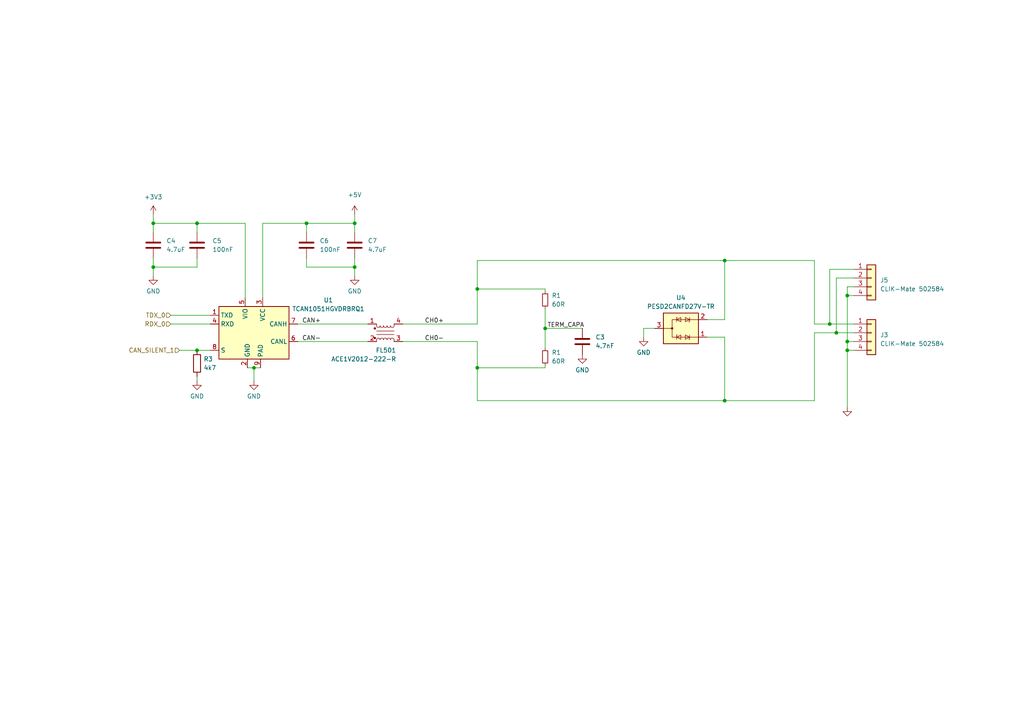
<source format=kicad_sch>
(kicad_sch (version 20231120) (generator "eeschema") (generator_version "8.0")
  (paper "A4")
  (title_block (title "CAN Bus 0 Interface ") (comment 1 "Author Originel: Yassine Bakkali") (comment 2 "Revision faite par Pedro Conde"))
  (lib_symbols
    (symbol "0_power_protection:PESD2CANFD27V-TR" (pin_names hide)
      (property "Reference" "U" (at -3.81 -6.985 0))
      (property "Value" "PESD2CANFD27V-TR" (at 14.605 -7.62 0))
      (symbol "PESD2CANFD27V-TR_0_0"
        (pin passive line (at 0 -8.255 90) (length 2.54) (name "CC") (number "3"))
      )
      (symbol "PESD2CANFD27V-TR_0_1"
        (rectangle (start -4.445 4.445) (end 4.445 -5.715) (stroke (width 0.254)) (fill (type background)))
        (circle (center 0 -3.175) (radius 0.254) (fill (type outline)))
        (polyline (pts (xy -2.54 -3.175) (xy -2.54 -1.905)))
        (polyline (pts (xy -2.54 -3.175) (xy 2.54 -3.175)))
        (polyline (pts (xy -2.54 1.905) (xy -2.54 -1.905)))
        (polyline (pts (xy -2.54 4.445) (xy -2.54 1.905)))
        (polyline (pts (xy 0 -3.175) (xy 0 -5.715)))
        (polyline (pts (xy 2.54 -3.175) (xy 2.54 -1.905)))
        (polyline (pts (xy 2.54 1.905) (xy 2.54 -1.905)))
        (polyline (pts (xy 2.54 4.445) (xy 2.54 1.905)))
        (polyline (pts (xy -3.175 -1.651) (xy -3.175 -1.905) (xy -1.905 -1.905)))
        (polyline (pts (xy -3.175 1.905) (xy -1.905 1.905) (xy -1.905 1.651)))
        (polyline (pts (xy 1.905 -1.651) (xy 1.905 -1.905) (xy 3.175 -1.905)))
        (polyline (pts (xy 1.905 1.905) (xy 3.175 1.905) (xy 3.175 1.651)))
        (polyline (pts (xy -2.54 -1.905) (xy -3.175 -0.635) (xy -1.905 -0.635) (xy -2.54 -1.905)))
        (polyline (pts (xy -2.54 1.905) (xy -1.905 0.635) (xy -3.175 0.635) (xy -2.54 1.905)))
        (polyline (pts (xy 2.54 -1.905) (xy 1.905 -0.635) (xy 3.175 -0.635) (xy 2.54 -1.905)))
        (polyline (pts (xy 2.54 1.905) (xy 3.175 0.635) (xy 1.905 0.635) (xy 2.54 1.905)))
      )
      (symbol "PESD2CANFD27V-TR_1_1"
        (pin passive line (at 2.54 6.985 270) (length 2.54) (name "K1") (number "1"))
        (pin passive line (at -2.54 6.985 270) (length 2.54) (name "K2") (number "2"))
      )
    )
    (symbol "Connector_Generic:Conn_01x04" (pin_names (offset 1.016) hide)
      (property "Reference" "J" (at 0 5.08 0))
      (property "Value" "Conn_01x04" (at 0 -7.62 0))
      (symbol "Conn_01x04_1_1"
        (rectangle (start -1.27 -4.953) (end 0 -5.207) (stroke (width 0.1524)))
        (rectangle (start -1.27 -2.413) (end 0 -2.667) (stroke (width 0.1524)))
        (rectangle (start -1.27 0.127) (end 0 -0.127) (stroke (width 0.1524)))
        (rectangle (start -1.27 2.667) (end 0 2.413) (stroke (width 0.1524)))
        (rectangle (start -1.27 3.81) (end 1.27 -6.35) (stroke (width 0.254)) (fill (type background)))
        (pin passive line (at -5.08 2.54 0) (length 3.81) (name "Pin_1") (number "1"))
        (pin passive line (at -5.08 0 0) (length 3.81) (name "Pin_2") (number "2"))
        (pin passive line (at -5.08 -2.54 0) (length 3.81) (name "Pin_3") (number "3"))
        (pin passive line (at -5.08 -5.08 0) (length 3.81) (name "Pin_4") (number "4"))
      )
    )
    (symbol "Device:C" (pin_numbers hide) (pin_names (offset 0.254))
      (property "Reference" "C" (at 0.635 2.54 0))
      (property "Value" "C" (at 0.635 -2.54 0))
      (symbol "C_0_1"
        (polyline (pts (xy -2.032 -0.762) (xy 2.032 -0.762)) (stroke (width 0.508)))
        (polyline (pts (xy -2.032 0.762) (xy 2.032 0.762)) (stroke (width 0.508)))
      )
      (symbol "C_1_1"
        (pin passive line (at 0 3.81 270) (length 2.794) (name "~") (number "1"))
        (pin passive line (at 0 -3.81 90) (length 2.794) (name "~") (number "2"))
      )
    )
    (symbol "Device:Filter_EMI_LL_1423" (pin_names hide)
      (property "Reference" "FL" (at 0 4.445 0))
      (property "Value" "Filter_EMI_LL_1423" (at 0 -4.445 0))
      (symbol "Filter_EMI_LL_1423_0_1"
        (circle (center -3.048 -1.27) (radius 0.254) (fill (type outline)))
        (circle (center -3.048 1.524) (radius 0.254) (fill (type outline)))
        (arc (start -2.54 2.032) (mid -2.032 1.5262) (end -1.524 2.032))
        (arc (start -1.524 -2.032) (mid -2.032 -1.5262) (end -2.54 -2.032))
        (arc (start -1.524 2.032) (mid -1.016 1.5262) (end -0.508 2.032))
        (arc (start -0.508 -2.032) (mid -1.016 -1.5262) (end -1.524 -2.032))
        (arc (start -0.508 2.032) (mid 0 1.5262) (end 0.508 2.032))
        (polyline (pts (xy -2.54 -2.032) (xy -2.54 -2.54)))
        (polyline (pts (xy -2.54 0.508) (xy 2.54 0.508)))
        (polyline (pts (xy -2.54 2.032) (xy -2.54 2.54)))
        (polyline (pts (xy 2.54 -2.032) (xy 2.54 -2.54)))
        (polyline (pts (xy 2.54 -0.508) (xy -2.54 -0.508)))
        (polyline (pts (xy 2.54 2.54) (xy 2.54 2.032)))
        (arc (start 0.508 -2.032) (mid 0 -1.5262) (end -0.508 -2.032))
        (arc (start 0.508 2.032) (mid 1.016 1.5262) (end 1.524 2.032))
        (arc (start 1.524 -2.032) (mid 1.016 -1.5262) (end 0.508 -2.032))
        (arc (start 1.524 2.032) (mid 2.032 1.5262) (end 2.54 2.032))
        (arc (start 2.54 -2.032) (mid 2.032 -1.5262) (end 1.524 -2.032))
      )
      (symbol "Filter_EMI_LL_1423_1_1"
        (pin passive line (at -5.08 -2.54 0) (length 2.54) (name "1") (number "1"))
        (pin passive line (at -5.08 2.54 0) (length 2.54) (name "2") (number "2"))
        (pin passive line (at 5.08 2.54 180) (length 2.54) (name "3") (number "3"))
        (pin passive line (at 5.08 -2.54 180) (length 2.54) (name "4") (number "4"))
      )
    )
    (symbol "Device:R" (pin_numbers hide) (pin_names (offset 0))
      (property "Reference" "R" (at 2.032 0 90))
      (property "Value" "R" (at 0 0 90))
      (symbol "R_0_1"
        (rectangle (start -1.016 -2.54) (end 1.016 2.54) (stroke (width 0.254)))
      )
      (symbol "R_1_1"
        (pin passive line (at 0 3.81 270) (length 1.27) (name "~") (number "1"))
        (pin passive line (at 0 -3.81 90) (length 1.27) (name "~") (number "2"))
      )
    )
    (symbol "Device:R_Small" (pin_numbers hide) (pin_names (offset 0.254) hide)
      (property "Reference" "R" (at 0.762 0.508 0))
      (property "Value" "R_Small" (at 0.762 -1.016 0))
      (symbol "R_Small_0_1"
        (rectangle (start -0.762 1.778) (end 0.762 -1.778) (stroke (width 0.2032)))
      )
      (symbol "R_Small_1_1"
        (pin passive line (at 0 2.54 270) (length 0.762) (name "~") (number "1"))
        (pin passive line (at 0 -2.54 90) (length 0.762) (name "~") (number "2"))
      )
    )
    (symbol "GND_1" (power) (pin_names (offset 0))
      (property "Value" "GND" (at 0 -3.81 0))
      (symbol "GND_1_0_1"
        (polyline (pts (xy 0 0) (xy 0 -1.27) (xy 1.27 -1.27) (xy 0 -2.54) (xy -1.27 -1.27) (xy 0 -1.27)))
      )
      (symbol "GND_1_1_1"
        (pin power_in line (at 0 0 270) (length 0) hide (name "GND") (number "1"))
      )
    )
    (symbol "GND_2" (power) (pin_names (offset 0))
      (property "Value" "GND" (at 0 -3.81 0))
      (symbol "GND_2_0_1"
        (polyline (pts (xy 0 0) (xy 0 -1.27) (xy 1.27 -1.27) (xy 0 -2.54) (xy -1.27 -1.27) (xy 0 -1.27)))
      )
      (symbol "GND_2_1_1"
        (pin power_in line (at 0 0 270) (length 0) hide (name "GND") (number "1"))
      )
    )
    (symbol "GND_3" (power) (pin_names (offset 0))
      (property "Value" "GND" (at 0 -3.81 0))
      (symbol "GND_3_0_1"
        (polyline (pts (xy 0 0) (xy 0 -1.27) (xy 1.27 -1.27) (xy 0 -2.54) (xy -1.27 -1.27) (xy 0 -1.27)))
      )
      (symbol "GND_3_1_1"
        (pin power_in line (at 0 0 270) (length 0) hide (name "GND") (number "1"))
      )
    )
    (symbol "GND_4" (power) (pin_names (offset 0))
      (property "Value" "GND" (at 0 -3.81 0))
      (symbol "GND_4_0_1"
        (polyline (pts (xy 0 0) (xy 0 -1.27) (xy 1.27 -1.27) (xy 0 -2.54) (xy -1.27 -1.27) (xy 0 -1.27)))
      )
      (symbol "GND_4_1_1"
        (pin power_in line (at 0 0 270) (length 0) hide (name "GND") (number "1"))
      )
    )
    (symbol "Jetson Hat:TCAN1051HGDQ1"
      (property "Reference" "U2" (at 10.16 8.89 0))
      (property "Value" "TCAN1051HGVDRBRQ1" (at -3.175 -9.525 0))
      (symbol "TCAN1051HGDQ1_0_1"
        (rectangle (start -10.16 7.62) (end 10.16 -7.62) (stroke (width 0.254)) (fill (type background)))
      )
      (symbol "TCAN1051HGDQ1_1_1"
        (pin input line (at -12.7 5.08 0) (length 2.54) (name "TXD") (number "1"))
        (pin power_in line (at -1.905 -10.16 90) (length 2.54) (name "GND") (number "2"))
        (pin power_in line (at 2.54 10.16 270) (length 2.54) (name "VCC") (number "3"))
        (pin output line (at -12.7 2.54 0) (length 2.54) (name "RXD") (number "4"))
        (pin power_in line (at -2.54 10.16 270) (length 2.54) (name "VIO") (number "5"))
        (pin bidirectional line (at 12.7 -2.54 180) (length 2.54) (name "CANL") (number "6"))
        (pin bidirectional line (at 12.7 2.54 180) (length 2.54) (name "CANH") (number "7"))
        (pin input line (at -12.7 -5.08 0) (length 2.54) (name "S") (number "8"))
        (pin passive line (at 1.905 -10.16 90) (length 2.54) (name "PAD") (number "9"))
      )
    )
    (symbol "PCM_4ms_Power-symbol:+3.3V" (power) (pin_names (offset 0))
      (property "Value" "+3.3V" (at 0 3.556 0))
      (symbol "+3.3V_0_1"
        (polyline (pts (xy -0.762 1.27) (xy 0 2.54)))
        (polyline (pts (xy 0 0) (xy 0 2.54)))
        (polyline (pts (xy 0 2.54) (xy 0.762 1.27)))
      )
      (symbol "+3.3V_1_1"
        (pin power_in line (at 0 0 90) (length 0) hide (name "+3V3") (number "1"))
      )
    )
    (symbol "PCM_4ms_Power-symbol:GND" (power) (pin_names (offset 0))
      (property "Value" "GND" (at 0 -3.81 0))
      (symbol "GND_0_1"
        (polyline (pts (xy 0 0) (xy 0 -1.27) (xy 1.27 -1.27) (xy 0 -2.54) (xy -1.27 -1.27) (xy 0 -1.27)))
      )
      (symbol "GND_1_1"
        (pin power_in line (at 0 0 270) (length 0) hide (name "GND") (number "1"))
      )
    )
    (symbol "power:+5V" (power) (pin_names (offset 0))
      (property "Value" "+5V" (at 0 3.556 0))
      (symbol "+5V_0_1"
        (polyline (pts (xy -0.762 1.27) (xy 0 2.54)))
        (polyline (pts (xy 0 0) (xy 0 2.54)))
        (polyline (pts (xy 0 2.54) (xy 0.762 1.27)))
      )
      (symbol "+5V_1_1"
        (pin power_in line (at 0 0 90) (length 0) hide (name "+5V") (number "1"))
      )
    )
    (symbol "power:GND" (power) (pin_names (offset 0))
      (property "Value" "GND" (at 0 -3.81 0))
      (symbol "GND_0_1"
        (polyline (pts (xy 0 0) (xy 0 -1.27) (xy 1.27 -1.27) (xy 0 -2.54) (xy -1.27 -1.27) (xy 0 -1.27)))
      )
      (symbol "GND_1_1"
        (pin power_in line (at 0 0 270) (length 0) hide (name "GND") (number "1"))
      )
    )
  )
  (junction (at 44.45 64.77))
  (junction (at 240.665 93.98))
  (junction (at 57.15 64.77))
  (junction (at 102.87 64.77))
  (junction (at 245.745 99.06))
  (junction (at 102.87 77.47))
  (junction (at 210.185 116.205))
  (junction (at 57.15 101.6))
  (junction (at 245.745 85.725))
  (junction (at 138.43 83.82))
  (junction (at 73.66 106.68))
  (junction (at 138.43 106.68))
  (junction (at 245.745 101.6))
  (junction (at 88.9 64.77))
  (junction (at 158.115 95.25))
  (junction (at 242.57 96.52))
  (junction (at 44.45 77.47))
  (junction (at 210.185 75.565))
  (wire (pts (xy 57.15 74.93) (xy 57.15 77.47)))
  (wire (pts (xy 158.115 95.25) (xy 158.115 100.965)))
  (wire (pts (xy 44.45 77.47) (xy 44.45 74.93)))
  (wire (pts (xy 102.87 77.47) (xy 102.87 80.01)))
  (wire (pts (xy 86.36 99.06) (xy 106.68 99.06)))
  (wire (pts (xy 44.45 64.77) (xy 57.15 64.77)))
  (wire (pts (xy 245.745 85.725) (xy 245.745 83.185)))
  (wire (pts (xy 88.9 67.31) (xy 88.9 64.77)))
  (wire (pts (xy 138.43 99.06) (xy 138.43 106.68)))
  (wire (pts (xy 138.43 75.565) (xy 210.185 75.565)))
  (wire (pts (xy 57.15 77.47) (xy 44.45 77.47)))
  (wire (pts (xy 102.87 74.93) (xy 102.87 77.47)))
  (wire (pts (xy 102.87 62.23) (xy 102.87 64.77)))
  (wire (pts (xy 236.22 75.565) (xy 236.22 93.98)))
  (wire (pts (xy 60.96 101.6) (xy 57.15 101.6)))
  (wire (pts (xy 210.185 92.71) (xy 205.105 92.71)))
  (wire (pts (xy 44.45 64.77) (xy 44.45 67.31)))
  (wire (pts (xy 57.15 109.22) (xy 57.15 110.49)))
  (wire (pts (xy 242.57 80.645) (xy 242.57 96.52)))
  (wire (pts (xy 242.57 80.645) (xy 247.65 80.645)))
  (wire (pts (xy 76.2 64.77) (xy 76.2 86.36)))
  (wire (pts (xy 242.57 96.52) (xy 247.65 96.52)))
  (wire (pts (xy 88.9 77.47) (xy 102.87 77.47)))
  (wire (pts (xy 245.745 85.725) (xy 247.65 85.725)))
  (wire (pts (xy 57.15 64.135) (xy 57.15 64.77)))
  (wire (pts (xy 49.53 93.98) (xy 60.96 93.98)))
  (wire (pts (xy 138.43 83.82) (xy 158.115 83.82)))
  (wire (pts (xy 138.43 106.68) (xy 158.115 106.68)))
  (wire (pts (xy 57.15 64.77) (xy 57.15 67.31)))
  (wire (pts (xy 186.69 97.79) (xy 186.69 95.25)))
  (wire (pts (xy 75.565 106.68) (xy 73.66 106.68)))
  (wire (pts (xy 44.45 77.47) (xy 44.45 80.01)))
  (wire (pts (xy 158.115 95.25) (xy 168.91 95.25)))
  (wire (pts (xy 245.745 118.11) (xy 245.745 101.6)))
  (wire (pts (xy 138.43 106.68) (xy 138.43 116.205)))
  (wire (pts (xy 245.745 85.725) (xy 245.745 99.06)))
  (wire (pts (xy 86.36 93.98) (xy 106.68 93.98)))
  (wire (pts (xy 102.87 64.77) (xy 102.87 67.31)))
  (wire (pts (xy 210.185 97.79) (xy 205.105 97.79)))
  (wire (pts (xy 88.9 77.47) (xy 88.9 74.93)))
  (wire (pts (xy 138.43 75.565) (xy 138.43 83.82)))
  (wire (pts (xy 116.84 93.98) (xy 138.43 93.98)))
  (wire (pts (xy 236.22 96.52) (xy 242.57 96.52)))
  (wire (pts (xy 138.43 83.82) (xy 138.43 93.98)))
  (wire (pts (xy 210.185 116.205) (xy 236.22 116.205)))
  (wire (pts (xy 158.115 84.455) (xy 158.115 83.82)))
  (wire (pts (xy 245.745 99.06) (xy 247.65 99.06)))
  (wire (pts (xy 73.66 106.68) (xy 73.66 110.49)))
  (wire (pts (xy 210.185 75.565) (xy 236.22 75.565)))
  (wire (pts (xy 245.745 101.6) (xy 247.65 101.6)))
  (wire (pts (xy 186.69 95.25) (xy 189.865 95.25)))
  (wire (pts (xy 49.53 91.44) (xy 60.96 91.44)))
  (wire (pts (xy 88.9 64.77) (xy 102.87 64.77)))
  (wire (pts (xy 44.45 62.23) (xy 44.45 64.77)))
  (wire (pts (xy 240.665 78.105) (xy 247.65 78.105)))
  (wire (pts (xy 71.755 106.68) (xy 73.66 106.68)))
  (wire (pts (xy 76.2 64.77) (xy 88.9 64.77)))
  (wire (pts (xy 116.84 99.06) (xy 138.43 99.06)))
  (wire (pts (xy 240.665 93.98) (xy 236.22 93.98)))
  (wire (pts (xy 236.22 96.52) (xy 236.22 116.205)))
  (wire (pts (xy 158.115 89.535) (xy 158.115 95.25)))
  (wire (pts (xy 57.15 64.77) (xy 71.12 64.77)))
  (wire (pts (xy 245.745 99.06) (xy 245.745 101.6)))
  (wire (pts (xy 240.665 78.105) (xy 240.665 93.98)))
  (wire (pts (xy 71.12 64.77) (xy 71.12 86.36)))
  (wire (pts (xy 245.745 83.185) (xy 247.65 83.185)))
  (wire (pts (xy 240.665 93.98) (xy 247.65 93.98)))
  (wire (pts (xy 158.115 106.045) (xy 158.115 106.68)))
  (wire (pts (xy 210.185 116.205) (xy 210.185 97.79)))
  (wire (pts (xy 52.07 101.6) (xy 57.15 101.6)))
  (wire (pts (xy 210.185 75.565) (xy 210.185 92.71)))
  (wire (pts (xy 138.43 116.205) (xy 210.185 116.205)))
  (label "CH0+" (at 123.19 93.98 0))
  (label "CH0-" (at 123.19 99.06 0))
  (label "CAN-" (at 87.63 99.06 0))
  (label "CAN+" (at 87.63 93.98 0))
  (label "TERM_CAPA" (at 158.75 95.25 0))
  (hierarchical_label "RDX_0" (shape input) (at 49.53 93.98 180))
  (hierarchical_label "TDX_0" (shape input) (at 49.53 91.44 180))
  (hierarchical_label "CAN_SILENT_1" (shape input) (at 52.07 101.6 180))
  (symbol (lib_id "power:GND") (at 102.87 80.01 0) (unit 1)
    (property "Reference" "#PWR09" (effects (hide yes)))
    (property "Value" "GND" (at 102.87 84.455 0))
    (instances (project "can_transceiver" (path "" (reference "#PWR09") (unit 1))) (project "NODE_CONNECTORS" (path "" (reference "#PWR09") (unit 1))) (project "orion_pcb" (path "" (reference "#PWR0522") (unit 1))) (project "HatV3" (path "" (reference "#PWR06") (unit 1))))
  )
  (symbol (lib_id "Device:C") (at 88.9 71.12 0) (unit 1)
    (property "Reference" "C6" (at 92.71 69.8499 0) (effects (justify left)))
    (property "Value" "100nF" (at 92.71 72.3899 0) (effects (justify left)))
    (property "Footprint" "Capacitor_SMD:C_0402_1005Metric" (effects (hide yes)))
    (property "Datasheet" "https://www.yuden.co.jp/productdata/catalog/mlcc06_e.pdf" (effects (hide yes)))
    (property "Digikey ref" "587-3498-1-ND" (effects (hide yes)))
    (property "Manufacturer ref" "UMK105B7104KV-FR" (effects (hide yes)))
    (instances (project "can_transceiver" (path "" (reference "C6") (unit 1))) (project "NODE_CONNECTORS" (path "" (reference "C6") (unit 1))) (project "orion_pcb" (path "" (reference "C511") (unit 1))) (project "HatV3" (path "" (reference "C3") (unit 1))))
  )
  (symbol (lib_id "power:+5V") (at 102.87 62.23 0) (unit 1)
    (property "Reference" "#PWR05" (effects (hide yes)))
    (property "Value" "+5V" (at 102.87 56.515 0))
    (instances (project "can_transceiver" (path "" (reference "#PWR05") (unit 1))) (project "NODE_CONNECTORS" (path "" (reference "#PWR05") (unit 1))) (project "orion_pcb" (path "" (reference "#PWR0515") (unit 1))) (project "HatV3" (path "" (reference "#PWR01") (unit 1))))
  )
  (symbol (lib_id "Device:R_Small") (at 158.115 103.505 0) (unit 1)
    (property "Reference" "R1" (at 160.02 102.2349 0) (effects (justify left)))
    (property "Value" "60R" (at 160.02 104.7749 0) (effects (justify left)))
    (property "Footprint" "Resistor_SMD:R_0603_1608Metric" (effects (hide yes)))
    (property "Datasheet" "https://www.vishay.com/docs/20043/crcwhpe3.pdf" (effects (hide yes)))
    (property "Digikey ref" "541-60.4SCT-ND" (effects (hide yes)))
    (property "Manufacturer ref" "CRCW060360R4FKEAHP" (effects (hide yes)))
    (instances (project "can_transceiver" (path "" (reference "R1") (unit 1))) (project "orion_pcb" (path "" (reference "R502") (unit 1))) (project "HatV3" (path "" (reference "R3") (unit 1))))
  )
  (symbol (lib_id "Device:C") (at 168.91 99.06 0) (unit 1)
    (property "Reference" "C3" (at 172.72 97.79 0) (effects (justify left)))
    (property "Value" "4.7nF" (at 172.72 100.33 0) (effects (justify left)))
    (property "Footprint" "Capacitor_SMD:C_0402_1005Metric" (effects (hide yes)))
    (property "Datasheet" "https://mm.digikey.com/Volume0/opasdata/d220001/medias/docus/609/CL05B472KB5NNNC_Spec.pdf" (effects (hide yes)))
    (property "Digikey ref" "1276-1125-1-ND" (effects (hide yes)))
    (property "Manufacturer ref" "CL05B472KB5NNNC" (effects (hide yes)))
    (instances (project "can_transceiver" (path "" (reference "C3") (unit 1))) (project "orion_pcb" (path "" (reference "C505") (unit 1))) (project "HatV3" (path "" (reference "C5") (unit 1))))
  )
  (symbol (lib_id "Device:C") (at 57.15 71.12 0) (unit 1)
    (property "Reference" "C5" (at 61.595 69.85 0) (effects (justify left)))
    (property "Value" "100nF" (at 61.595 72.39 0) (effects (justify left)))
    (property "Footprint" "Capacitor_SMD:C_0402_1005Metric" (effects (hide yes)))
    (property "Datasheet" "https://www.yuden.co.jp/productdata/catalog/mlcc06_e.pdf" (effects (hide yes)))
    (property "Digikey ref" "587-3498-1-ND" (effects (hide yes)))
    (property "Manufacturer ref" "UMK105B7104KV-FR" (effects (hide yes)))
    (instances (project "can_transceiver" (path "" (reference "C5") (unit 1))) (project "NODE_CONNECTORS" (path "" (reference "C5") (unit 1))) (project "orion_pcb" (path "" (reference "C510") (unit 1))) (project "HatV3" (path "" (reference "C2") (unit 1))))
  )
  (symbol (lib_id "0_power_protection:PESD2CANFD27V-TR") (at 198.12 95.25 270) (unit 1)
    (property "Reference" "U4" (at 197.485 86.36 90))
    (property "Value" "PESD2CANFD27V-TR" (at 197.485 88.9 90))
    (property "Footprint" "Package_TO_SOT_SMD:SOT-23" (effects (hide yes)))
    (property "Datasheet" "https://assets.nexperia.com/documents/data-sheet/PESD2CANFD27V-T.pdf" (effects (hide yes)))
    (instances (project "jetson_hat" (path "" (reference "U4") (unit 1)) (path "" (reference "U2") (unit 1)) (path "" (reference "U8") (unit 1))) (project "HatV3" (path "" (reference "U2") (unit 1))))
  )
  (symbol (lib_id "Connector_Generic:Conn_01x04") (at 252.73 96.52 0) (unit 1)
    (property "Reference" "J3" (at 255.27 97.155 0) (effects (justify left)))
    (property "Value" "CLIK-Mate 502584" (at 255.27 99.695 0) (effects (justify left)))
    (property "Footprint" "Connector_Molex:Molex_CLIK-Mate_505405-0470_1x04-1MP_P1.50mm_Vertical" (effects (hide yes)))
    (instances (project "jetson_hat" (path "" (reference "J3") (unit 1)) (path "" (reference "J2") (unit 1)) (path "" (reference "J9") (unit 1))) (project "HatV3" (path "" (reference "J2") (unit 1))))
  )
  (symbol (lib_id "Device:R_Small") (at 158.115 86.995 0) (unit 1)
    (property "Reference" "R1" (at 160.02 85.7249 0) (effects (justify left)))
    (property "Value" "60R" (at 160.02 88.2649 0) (effects (justify left)))
    (property "Footprint" "Resistor_SMD:R_0603_1608Metric" (effects (hide yes)))
    (property "Datasheet" "https://www.vishay.com/docs/20043/crcwhpe3.pdf" (effects (hide yes)))
    (property "Digikey ref" "541-60.4SCT-ND" (effects (hide yes)))
    (property "Manufacturer ref" "CRCW060360R4FKEAHP" (effects (hide yes)))
    (instances (project "can_transceiver" (path "" (reference "R1") (unit 1))) (project "orion_pcb" (path "" (reference "R501") (unit 1))) (project "HatV3" (path "" (reference "R2") (unit 1))))
  )
  (symbol (lib_name "GND_4") (lib_id "power:GND") (at 44.45 80.01 0) (unit 1)
    (property "Reference" "#PWR06" (effects (hide yes)))
    (property "Value" "GND" (at 44.45 84.455 0))
    (instances (project "can_transceiver" (path "" (reference "#PWR06") (unit 1))) (project "NODE_CONNECTORS" (path "" (reference "#PWR06") (unit 1))) (project "orion_pcb" (path "" (reference "#PWR0516") (unit 1))) (project "HatV3" (path "" (reference "#PWR02") (unit 1))))
  )
  (symbol (lib_id "Device:C") (at 102.87 71.12 0) (unit 1)
    (property "Reference" "C7" (at 106.68 69.8499 0) (effects (justify left)))
    (property "Value" "4.7uF" (at 106.68 72.3899 0) (effects (justify left)))
    (property "Footprint" "Capacitor_SMD:C_0402_1005Metric" (effects (hide yes)))
    (property "Datasheet" "https://media.digikey.com/pdf/Data%20Sheets/Samsung%20PDFs/CL05A475MP5NRNC_Spec.pdf" (effects (hide yes)))
    (property "Digikey ref" "1276-1482-1-ND" (effects (hide yes)))
    (property "Manufacturer ref" "CL05A475MP5NRNC" (effects (hide yes)))
    (instances (project "can_transceiver" (path "" (reference "C7") (unit 1))) (project "NODE_CONNECTORS" (path "" (reference "C7") (unit 1))) (project "orion_pcb" (path "" (reference "C513") (unit 1))) (project "HatV3" (path "" (reference "C4") (unit 1))))
  )
  (symbol (lib_id "PCM_4ms_Power-symbol:GND") (at 186.69 97.79 0) (unit 1)
    (property "Reference" "#PWR02" (effects (hide yes)))
    (property "Value" "GND" (at 186.69 102.235 0))
    (instances (project "jetson_hat" (path "" (reference "#PWR02") (unit 1)) (path "" (reference "#PWR021") (unit 1)) (path "" (reference "#PWR011") (unit 1)) (path "" (reference "#PWR044") (unit 1))) (project "HatV3" (path "" (reference "#PWR08") (unit 1))))
  )
  (symbol (lib_id "PCM_4ms_Power-symbol:GND") (at 245.745 118.11 0) (unit 1)
    (property "Reference" "#PWR02" (effects (hide yes)))
    (property "Value" "GND" (effects (hide yes)))
    (instances (project "jetson_hat" (path "" (reference "#PWR02") (unit 1)) (path "" (reference "#PWR023") (unit 1)) (path "" (reference "#PWR013") (unit 1)) (path "" (reference "#PWR046") (unit 1))) (project "HatV3" (path "" (reference "#PWR09") (unit 1))))
  )
  (symbol (lib_id "Device:C") (at 44.45 71.12 0) (unit 1)
    (property "Reference" "C4" (at 48.26 69.8499 0) (effects (justify left)))
    (property "Value" "4.7uF" (at 48.26 72.3899 0) (effects (justify left)))
    (property "Footprint" "Capacitor_SMD:C_0402_1005Metric" (effects (hide yes)))
    (property "Datasheet" "https://media.digikey.com/pdf/Data%20Sheets/Samsung%20PDFs/CL05A475MP5NRNC_Spec.pdf" (effects (hide yes)))
    (property "Digikey ref" "1276-1482-1-ND" (effects (hide yes)))
    (property "Manufacturer ref" "CL05A475MP5NRNC" (effects (hide yes)))
    (instances (project "can_transceiver" (path "" (reference "C4") (unit 1))) (project "NODE_CONNECTORS" (path "" (reference "C4") (unit 1))) (project "orion_pcb" (path "" (reference "C508") (unit 1))) (project "HatV3" (path "" (reference "C1") (unit 1))))
  )
  (symbol (lib_id "Device:R") (at 57.15 105.41 0) (unit 1)
    (property "Reference" "R3" (at 59.055 104.1399 0) (effects (justify left)))
    (property "Value" "4k7" (at 59.055 106.6799 0) (effects (justify left)))
    (property "Footprint" "Resistor_SMD:R_0402_1005Metric" (effects (hide yes)))
    (property "Datasheet" "https://www.te.com/usa-en/product-3-2176325-3.datasheet.pdf" (effects (hide yes)))
    (property "Digikey ref" "A130363CT-ND" (effects (hide yes)))
    (property "Manufacturer ref" "CRGP0402F4K7" (effects (hide yes)))
    (instances (project "can_transceiver" (path "" (reference "R3") (unit 1))) (project "orion_pcb" (path "" (reference "R505") (unit 1))) (project "HatV3" (path "" (reference "R4") (unit 1)) (path "" (reference "R1") (unit 1))))
  )
  (symbol (lib_id "Connector_Generic:Conn_01x04") (at 252.73 80.645 0) (unit 1)
    (property "Reference" "J5" (at 255.27 81.28 0) (effects (justify left)))
    (property "Value" "CLIK-Mate 502584" (at 255.27 83.82 0) (effects (justify left)))
    (property "Footprint" "Connector_Molex:Molex_CLIK-Mate_505405-0470_1x04-1MP_P1.50mm_Vertical" (effects (hide yes)))
    (instances (project "jetson_hat" (path "" (reference "J5") (unit 1)) (path "" (reference "J4") (unit 1)) (path "" (reference "J7") (unit 1))) (project "HatV3" (path "" (reference "J1") (unit 1))))
  )
  (symbol (lib_name "GND_3") (lib_id "power:GND") (at 57.15 110.49 0) (unit 1)
    (property "Reference" "#PWR010" (effects (hide yes)))
    (property "Value" "GND" (at 57.15 114.935 0))
    (instances (project "can_transceiver" (path "" (reference "#PWR010") (unit 1))) (project "orion_pcb" (path "" (reference "#PWR0519") (unit 1))) (project "HatV3" (path "" (reference "#PWR012") (unit 1)) (path "" (reference "#PWR03") (unit 1))))
  )
  (symbol (lib_id "PCM_4ms_Power-symbol:+3.3V") (at 44.45 62.23 0) (unit 1)
    (property "Reference" "#PWR01" (effects (hide yes)))
    (property "Value" "+3V3" (at 44.45 57.15 0))
    (instances (project "jetson_hat" (path "" (reference "#PWR01") (unit 1))) (project "HatV3" (path "" (reference "#PWR019") (unit 1)) (path "" (reference "#PWR05") (unit 1))))
  )
  (symbol (lib_id "Device:Filter_EMI_LL_1423") (at 111.76 96.52 0) (mirror x) (unit 1)
    (property "Reference" "FL501" (at 114.935 101.6 0) (effects (justify right)))
    (property "Value" "ACE1V2012-222-R" (at 114.935 104.14 0) (effects (justify right)))
    (property "Footprint" "0_inductor:ACE1V2012-222-R" (effects (hide yes)))
    (property "Datasheet" "https://www.eaton.com/content/dam/eaton/products/electronic-components/resources/data-sheet/eaton-ace1v2012-automotive-common-mode-chip-inductor-data-sheet.pdf" (effects (hide yes)))
    (property "Digikey ref" "283-ACE1V2012-222-RCT-ND" (effects (hide yes)))
    (property "Manufacturer ref" "ACE1V2012-222-R" (effects (hide yes)))
    (instances (project "NODE_CONNECTORS" (path "" (reference "FL501") (unit 1))) (project "orion_pcb" (path "" (reference "FL501") (unit 1))) (project "HatV3" (path "" (reference "FL1") (unit 1))))
  )
  (symbol (lib_name "GND_2") (lib_id "power:GND") (at 73.66 110.49 0) (unit 1)
    (property "Reference" "#PWR010" (effects (hide yes)))
    (property "Value" "GND" (at 73.66 114.935 0))
    (instances (project "can_transceiver" (path "" (reference "#PWR010") (unit 1))) (project "orion_pcb" (path "" (reference "#PWR0519") (unit 1))) (project "HatV3" (path "" (reference "#PWR04") (unit 1))))
  )
  (symbol (lib_id "Jetson Hat:TCAN1051HGDQ1") (at 73.66 96.52 0) (unit 1)
    (property "Reference" "U1" (at 95.25 87.0519 0))
    (property "Value" "TCAN1051HGVDRBRQ1" (at 95.25 89.5919 0))
    (property "Footprint" "0_various:HVSON-8-1EP_3x3mm_P0.65mm_EP1.6x2.4mm_ThermalVias" (effects (hide yes)))
    (property "Datasheet" "https://www.ti.com/general/docs/suppproductinfo.tsp?distId=10&gotoUrl=https%3A%2F%2Fwww.ti.com%2Flit%2Fgpn%2Ftcan1051-q1" (effects (hide yes)))
    (property "Manufacturer ref" "TCAN1051HGVDRBRQ1" (effects (hide yes)))
    (property "Digikey ref" "296-TCAN1051HGVDRBRQ1CT-ND" (effects (hide yes)))
  )
  (symbol (lib_name "GND_1") (lib_id "power:GND") (at 168.91 102.87 0) (unit 1)
    (property "Reference" "#PWR04" (effects (hide yes)))
    (property "Value" "GND" (at 168.91 107.315 0))
    (instances (project "can_transceiver" (path "" (reference "#PWR04") (unit 1))) (project "orion_pcb" (path "" (reference "#PWR0511") (unit 1))) (project "HatV3" (path "" (reference "#PWR07") (unit 1))))
  )
)
</source>
